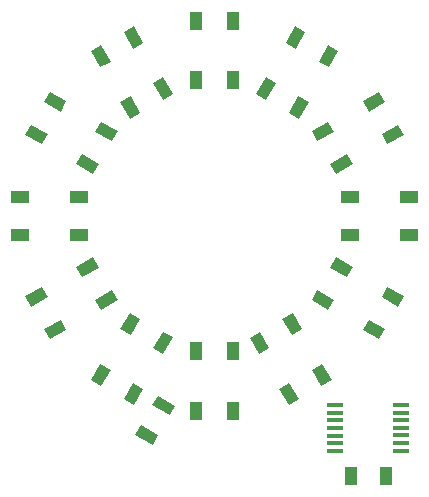
<source format=gtp>
G04 #@! TF.FileFunction,Paste,Top*
%FSLAX46Y46*%
G04 Gerber Fmt 4.6, Leading zero omitted, Abs format (unit mm)*
G04 Created by KiCad (PCBNEW 4.0.2-stable) date 01.05.2016 06:04:37*
%MOMM*%
G01*
G04 APERTURE LIST*
%ADD10C,0.100000*%
%ADD11R,1.000000X1.600000*%
%ADD12R,1.397000X0.431800*%
%ADD13R,1.600000X1.000000*%
G04 APERTURE END LIST*
D10*
G36*
X114642244Y-93968654D02*
X114142244Y-93102628D01*
X115527884Y-92302628D01*
X116027884Y-93168654D01*
X114642244Y-93968654D01*
X114642244Y-93968654D01*
G37*
G36*
X113042244Y-91197372D02*
X112542244Y-90331346D01*
X113927884Y-89531346D01*
X114427884Y-90397372D01*
X113042244Y-91197372D01*
X113042244Y-91197372D01*
G37*
G36*
X110312116Y-96468654D02*
X109812116Y-95602628D01*
X111197756Y-94802628D01*
X111697756Y-95668654D01*
X110312116Y-96468654D01*
X110312116Y-96468654D01*
G37*
G36*
X108712116Y-93697372D02*
X108212116Y-92831346D01*
X109597756Y-92031346D01*
X110097756Y-92897372D01*
X108712116Y-93697372D01*
X108712116Y-93697372D01*
G37*
D11*
X114517300Y-122019060D03*
X111517300Y-122019060D03*
D12*
X115783360Y-119908320D03*
X115783360Y-119273320D03*
X115783360Y-118612920D03*
X115783360Y-117977920D03*
X115783360Y-117317520D03*
X115783360Y-116669820D03*
X115783360Y-116022120D03*
X110195360Y-116022120D03*
X110195360Y-116669820D03*
X110195360Y-117317520D03*
X110195360Y-117977920D03*
X110195360Y-118625620D03*
X110195360Y-119273320D03*
X110195360Y-119921020D03*
D10*
G36*
X94754182Y-119393048D02*
X93281938Y-118543048D01*
X93731938Y-117763626D01*
X95204182Y-118613626D01*
X94754182Y-119393048D01*
X94754182Y-119393048D01*
G37*
G36*
X96204182Y-116881574D02*
X94731938Y-116031574D01*
X95181938Y-115252152D01*
X96654182Y-116102152D01*
X96204182Y-116881574D01*
X96204182Y-116881574D01*
G37*
D13*
X116500000Y-101600000D03*
X116500000Y-98400000D03*
X111500000Y-101600000D03*
X111500000Y-98400000D03*
D10*
G36*
X112542244Y-109668654D02*
X113042244Y-108802628D01*
X114427884Y-109602628D01*
X113927884Y-110468654D01*
X112542244Y-109668654D01*
X112542244Y-109668654D01*
G37*
G36*
X114142244Y-106897372D02*
X114642244Y-106031346D01*
X116027884Y-106831346D01*
X115527884Y-107697372D01*
X114142244Y-106897372D01*
X114142244Y-106897372D01*
G37*
G36*
X108212116Y-107168654D02*
X108712116Y-106302628D01*
X110097756Y-107102628D01*
X109597756Y-107968654D01*
X108212116Y-107168654D01*
X108212116Y-107168654D01*
G37*
G36*
X109812116Y-104397372D02*
X110312116Y-103531346D01*
X111697756Y-104331346D01*
X111197756Y-105197372D01*
X109812116Y-104397372D01*
X109812116Y-104397372D01*
G37*
G36*
X105469025Y-114651428D02*
X106335051Y-114151428D01*
X107135051Y-115537068D01*
X106269025Y-116037068D01*
X105469025Y-114651428D01*
X105469025Y-114651428D01*
G37*
G36*
X108240307Y-113051428D02*
X109106333Y-112551428D01*
X109906333Y-113937068D01*
X109040307Y-114437068D01*
X108240307Y-113051428D01*
X108240307Y-113051428D01*
G37*
G36*
X102969025Y-110321300D02*
X103835051Y-109821300D01*
X104635051Y-111206940D01*
X103769025Y-111706940D01*
X102969025Y-110321300D01*
X102969025Y-110321300D01*
G37*
G36*
X105740307Y-108721300D02*
X106606333Y-108221300D01*
X107406333Y-109606940D01*
X106540307Y-110106940D01*
X105740307Y-108721300D01*
X105740307Y-108721300D01*
G37*
D11*
X98400000Y-116500000D03*
X101600000Y-116500000D03*
X98400000Y-111500000D03*
X101600000Y-111500000D03*
D10*
G36*
X90331346Y-112542244D02*
X91197372Y-113042244D01*
X90397372Y-114427884D01*
X89531346Y-113927884D01*
X90331346Y-112542244D01*
X90331346Y-112542244D01*
G37*
G36*
X93102628Y-114142244D02*
X93968654Y-114642244D01*
X93168654Y-116027884D01*
X92302628Y-115527884D01*
X93102628Y-114142244D01*
X93102628Y-114142244D01*
G37*
G36*
X92831346Y-108212116D02*
X93697372Y-108712116D01*
X92897372Y-110097756D01*
X92031346Y-109597756D01*
X92831346Y-108212116D01*
X92831346Y-108212116D01*
G37*
G36*
X95602628Y-109812116D02*
X96468654Y-110312116D01*
X95668654Y-111697756D01*
X94802628Y-111197756D01*
X95602628Y-109812116D01*
X95602628Y-109812116D01*
G37*
G36*
X85357756Y-106031346D02*
X85857756Y-106897372D01*
X84472116Y-107697372D01*
X83972116Y-106831346D01*
X85357756Y-106031346D01*
X85357756Y-106031346D01*
G37*
G36*
X86957756Y-108802628D02*
X87457756Y-109668654D01*
X86072116Y-110468654D01*
X85572116Y-109602628D01*
X86957756Y-108802628D01*
X86957756Y-108802628D01*
G37*
G36*
X89687884Y-103531346D02*
X90187884Y-104397372D01*
X88802244Y-105197372D01*
X88302244Y-104331346D01*
X89687884Y-103531346D01*
X89687884Y-103531346D01*
G37*
G36*
X91287884Y-106302628D02*
X91787884Y-107168654D01*
X90402244Y-107968654D01*
X89902244Y-107102628D01*
X91287884Y-106302628D01*
X91287884Y-106302628D01*
G37*
D13*
X83500000Y-98400000D03*
X83500000Y-101600000D03*
X88500000Y-98400000D03*
X88500000Y-101600000D03*
D10*
G36*
X87457756Y-90331346D02*
X86957756Y-91197372D01*
X85572116Y-90397372D01*
X86072116Y-89531346D01*
X87457756Y-90331346D01*
X87457756Y-90331346D01*
G37*
G36*
X85857756Y-93102628D02*
X85357756Y-93968654D01*
X83972116Y-93168654D01*
X84472116Y-92302628D01*
X85857756Y-93102628D01*
X85857756Y-93102628D01*
G37*
G36*
X91787884Y-92831346D02*
X91287884Y-93697372D01*
X89902244Y-92897372D01*
X90402244Y-92031346D01*
X91787884Y-92831346D01*
X91787884Y-92831346D01*
G37*
G36*
X90187884Y-95602628D02*
X89687884Y-96468654D01*
X88302244Y-95668654D01*
X88802244Y-94802628D01*
X90187884Y-95602628D01*
X90187884Y-95602628D01*
G37*
G36*
X93968654Y-85357756D02*
X93102628Y-85857756D01*
X92302628Y-84472116D01*
X93168654Y-83972116D01*
X93968654Y-85357756D01*
X93968654Y-85357756D01*
G37*
G36*
X91197372Y-86957756D02*
X90331346Y-87457756D01*
X89531346Y-86072116D01*
X90397372Y-85572116D01*
X91197372Y-86957756D01*
X91197372Y-86957756D01*
G37*
G36*
X96468654Y-89687884D02*
X95602628Y-90187884D01*
X94802628Y-88802244D01*
X95668654Y-88302244D01*
X96468654Y-89687884D01*
X96468654Y-89687884D01*
G37*
G36*
X93697372Y-91287884D02*
X92831346Y-91787884D01*
X92031346Y-90402244D01*
X92897372Y-89902244D01*
X93697372Y-91287884D01*
X93697372Y-91287884D01*
G37*
D11*
X101600000Y-83500000D03*
X98400000Y-83500000D03*
X101600000Y-88500000D03*
X98400000Y-88500000D03*
D10*
G36*
X109668654Y-87457756D02*
X108802628Y-86957756D01*
X109602628Y-85572116D01*
X110468654Y-86072116D01*
X109668654Y-87457756D01*
X109668654Y-87457756D01*
G37*
G36*
X106897372Y-85857756D02*
X106031346Y-85357756D01*
X106831346Y-83972116D01*
X107697372Y-84472116D01*
X106897372Y-85857756D01*
X106897372Y-85857756D01*
G37*
G36*
X107168654Y-91787884D02*
X106302628Y-91287884D01*
X107102628Y-89902244D01*
X107968654Y-90402244D01*
X107168654Y-91787884D01*
X107168654Y-91787884D01*
G37*
G36*
X104397372Y-90187884D02*
X103531346Y-89687884D01*
X104331346Y-88302244D01*
X105197372Y-88802244D01*
X104397372Y-90187884D01*
X104397372Y-90187884D01*
G37*
M02*

</source>
